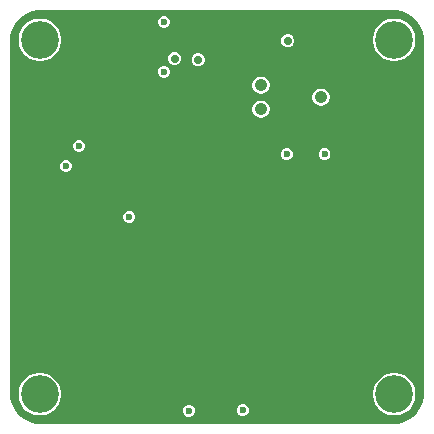
<source format=gbr>
%TF.GenerationSoftware,Altium Limited,Altium Designer,24.6.1 (21)*%
G04 Layer_Physical_Order=2*
G04 Layer_Color=36540*
%FSLAX45Y45*%
%MOMM*%
%TF.SameCoordinates,4B1D9C49-5ED8-45E5-B71D-261F0C762659*%
%TF.FilePolarity,Positive*%
%TF.FileFunction,Copper,L2,Inr,Signal*%
%TF.Part,Single*%
G01*
G75*
%TA.AperFunction,ViaPad*%
%ADD41C,3.20000*%
%TA.AperFunction,ComponentPad*%
%ADD42C,1.06700*%
%TA.AperFunction,ViaPad*%
%ADD43C,0.60000*%
%ADD44C,0.70000*%
%ADD45C,0.50000*%
G36*
X11370089Y9540239D02*
X11416314Y9521092D01*
X11457915Y9493294D01*
X11493295Y9457915D01*
X11521092Y9416314D01*
X11540239Y9370089D01*
X11550000Y9321017D01*
Y9296000D01*
Y6304000D01*
Y6278983D01*
X11540239Y6229911D01*
X11521092Y6183686D01*
X11493295Y6142084D01*
X11457915Y6106705D01*
X11416314Y6078908D01*
X11370089Y6059761D01*
X11321017Y6050000D01*
X8278983D01*
X8229911Y6059761D01*
X8183686Y6078908D01*
X8142084Y6106705D01*
X8106705Y6142084D01*
X8078908Y6183686D01*
X8059761Y6229911D01*
X8050000Y6278983D01*
Y6304000D01*
Y9296000D01*
Y9321017D01*
X8059761Y9370089D01*
X8078908Y9416314D01*
X8106705Y9457915D01*
X8142084Y9493294D01*
X8183686Y9521092D01*
X8229911Y9540239D01*
X8278983Y9550000D01*
X11321017D01*
X11370089Y9540239D01*
D02*
G37*
%LPC*%
G36*
X9359946Y9500000D02*
X9340054D01*
X9321677Y9492388D01*
X9307612Y9478323D01*
X9300000Y9459946D01*
Y9440054D01*
X9307612Y9421677D01*
X9321677Y9407612D01*
X9340054Y9400000D01*
X9359946D01*
X9378323Y9407612D01*
X9392388Y9421677D01*
X9400000Y9440054D01*
Y9459946D01*
X9392388Y9478323D01*
X9378323Y9492388D01*
X9359946Y9500000D01*
D02*
G37*
G36*
X10410940Y9345000D02*
X10389060D01*
X10368845Y9336626D01*
X10353374Y9321155D01*
X10345000Y9300940D01*
Y9279060D01*
X10353374Y9258845D01*
X10368845Y9243373D01*
X10389060Y9235000D01*
X10410940D01*
X10431155Y9243373D01*
X10446627Y9258845D01*
X10455000Y9279060D01*
Y9300940D01*
X10446627Y9321155D01*
X10431155Y9336626D01*
X10410940Y9345000D01*
D02*
G37*
G36*
X11317728Y9480000D02*
X11282272D01*
X11247496Y9473083D01*
X11214738Y9459514D01*
X11185257Y9439815D01*
X11160185Y9414743D01*
X11140486Y9385262D01*
X11126917Y9352504D01*
X11120000Y9317728D01*
Y9282272D01*
X11126917Y9247496D01*
X11140486Y9214738D01*
X11160185Y9185257D01*
X11185257Y9160185D01*
X11214738Y9140486D01*
X11247496Y9126917D01*
X11282272Y9120000D01*
X11317728D01*
X11352504Y9126917D01*
X11385262Y9140486D01*
X11414743Y9160185D01*
X11439815Y9185257D01*
X11459514Y9214738D01*
X11473083Y9247496D01*
X11480000Y9282272D01*
Y9317728D01*
X11473083Y9352504D01*
X11459514Y9385262D01*
X11439815Y9414743D01*
X11414743Y9439815D01*
X11385262Y9459514D01*
X11352504Y9473083D01*
X11317728Y9480000D01*
D02*
G37*
G36*
X8317728D02*
X8282271D01*
X8247496Y9473083D01*
X8214738Y9459514D01*
X8185257Y9439815D01*
X8160185Y9414743D01*
X8140486Y9385262D01*
X8126917Y9352504D01*
X8120000Y9317728D01*
Y9282272D01*
X8126917Y9247496D01*
X8140486Y9214738D01*
X8160185Y9185257D01*
X8185257Y9160185D01*
X8214738Y9140486D01*
X8247496Y9126917D01*
X8282271Y9120000D01*
X8317728D01*
X8352504Y9126917D01*
X8385262Y9140486D01*
X8414743Y9160185D01*
X8439815Y9185257D01*
X8459514Y9214738D01*
X8473083Y9247496D01*
X8480000Y9282272D01*
Y9317728D01*
X8473083Y9352504D01*
X8459514Y9385262D01*
X8439815Y9414743D01*
X8414743Y9439815D01*
X8385262Y9459514D01*
X8352504Y9473083D01*
X8317728Y9480000D01*
D02*
G37*
G36*
X9450940Y9195000D02*
X9429060D01*
X9408845Y9186627D01*
X9393373Y9171155D01*
X9385000Y9150940D01*
Y9129060D01*
X9393373Y9108845D01*
X9408845Y9093373D01*
X9429060Y9085000D01*
X9450940D01*
X9471155Y9093373D01*
X9486626Y9108845D01*
X9495000Y9129060D01*
Y9150940D01*
X9486626Y9171155D01*
X9471155Y9186627D01*
X9450940Y9195000D01*
D02*
G37*
G36*
X9650940Y9185000D02*
X9629060D01*
X9608845Y9176627D01*
X9593373Y9161155D01*
X9585000Y9140940D01*
Y9119060D01*
X9593373Y9098845D01*
X9608845Y9083374D01*
X9629060Y9075000D01*
X9650940D01*
X9671155Y9083374D01*
X9686627Y9098845D01*
X9695000Y9119060D01*
Y9140940D01*
X9686627Y9161155D01*
X9671155Y9176627D01*
X9650940Y9185000D01*
D02*
G37*
G36*
X9359946Y9080000D02*
X9340054D01*
X9321677Y9072388D01*
X9307612Y9058323D01*
X9300000Y9039946D01*
Y9020054D01*
X9307612Y9001677D01*
X9321677Y8987612D01*
X9340054Y8980000D01*
X9359946D01*
X9378323Y8987612D01*
X9392388Y9001677D01*
X9400000Y9020054D01*
Y9039946D01*
X9392388Y9058323D01*
X9378323Y9072388D01*
X9359946Y9080000D01*
D02*
G37*
G36*
X10180657Y8988450D02*
X10161343D01*
X10142688Y8983451D01*
X10125962Y8973795D01*
X10112305Y8960138D01*
X10102649Y8943412D01*
X10097650Y8924757D01*
Y8905443D01*
X10102649Y8886788D01*
X10112305Y8870062D01*
X10125962Y8856405D01*
X10142688Y8846749D01*
X10161343Y8841750D01*
X10180657D01*
X10199312Y8846749D01*
X10216038Y8856405D01*
X10229695Y8870062D01*
X10239351Y8886788D01*
X10244350Y8905443D01*
Y8924757D01*
X10239351Y8943412D01*
X10229695Y8960138D01*
X10216038Y8973795D01*
X10199312Y8983451D01*
X10180657Y8988450D01*
D02*
G37*
G36*
X10688657Y8886850D02*
X10669343D01*
X10650688Y8881851D01*
X10633962Y8872195D01*
X10620305Y8858538D01*
X10610649Y8841812D01*
X10605650Y8823157D01*
Y8803843D01*
X10610649Y8785188D01*
X10620305Y8768462D01*
X10633962Y8754805D01*
X10650688Y8745149D01*
X10669343Y8740150D01*
X10688657D01*
X10707312Y8745149D01*
X10724038Y8754805D01*
X10737695Y8768462D01*
X10747351Y8785188D01*
X10752350Y8803843D01*
Y8823157D01*
X10747351Y8841812D01*
X10737695Y8858538D01*
X10724038Y8872195D01*
X10707312Y8881851D01*
X10688657Y8886850D01*
D02*
G37*
G36*
X10180657Y8785250D02*
X10161343D01*
X10142688Y8780251D01*
X10125962Y8770595D01*
X10112305Y8756938D01*
X10102649Y8740212D01*
X10097650Y8721557D01*
Y8702243D01*
X10102649Y8683588D01*
X10112305Y8666862D01*
X10125962Y8653205D01*
X10142688Y8643549D01*
X10161343Y8638550D01*
X10180657D01*
X10199312Y8643549D01*
X10216038Y8653205D01*
X10229695Y8666862D01*
X10239351Y8683588D01*
X10244350Y8702243D01*
Y8721557D01*
X10239351Y8740212D01*
X10229695Y8756938D01*
X10216038Y8770595D01*
X10199312Y8780251D01*
X10180657Y8785250D01*
D02*
G37*
G36*
X8639946Y8450000D02*
X8620054D01*
X8601677Y8442388D01*
X8587612Y8428323D01*
X8580000Y8409946D01*
Y8390054D01*
X8587612Y8371677D01*
X8601677Y8357612D01*
X8620054Y8350000D01*
X8639946D01*
X8658323Y8357612D01*
X8672388Y8371677D01*
X8680000Y8390054D01*
Y8409946D01*
X8672388Y8428323D01*
X8658323Y8442388D01*
X8639946Y8450000D01*
D02*
G37*
G36*
X10719946Y8380000D02*
X10700054D01*
X10681677Y8372388D01*
X10667612Y8358323D01*
X10660000Y8339946D01*
Y8320054D01*
X10667612Y8301677D01*
X10681677Y8287612D01*
X10700054Y8280000D01*
X10719946D01*
X10738323Y8287612D01*
X10752388Y8301677D01*
X10760000Y8320054D01*
Y8339946D01*
X10752388Y8358323D01*
X10738323Y8372388D01*
X10719946Y8380000D01*
D02*
G37*
G36*
X10399946D02*
X10380054D01*
X10361677Y8372388D01*
X10347612Y8358323D01*
X10340000Y8339946D01*
Y8320054D01*
X10347612Y8301677D01*
X10361677Y8287612D01*
X10380054Y8280000D01*
X10399946D01*
X10418323Y8287612D01*
X10432388Y8301677D01*
X10440000Y8320054D01*
Y8339946D01*
X10432388Y8358323D01*
X10418323Y8372388D01*
X10399946Y8380000D01*
D02*
G37*
G36*
X8529946Y8280000D02*
X8510054D01*
X8491677Y8272388D01*
X8477612Y8258323D01*
X8470000Y8239946D01*
Y8220054D01*
X8477612Y8201677D01*
X8491677Y8187612D01*
X8510054Y8180000D01*
X8529946D01*
X8548323Y8187612D01*
X8562388Y8201677D01*
X8570000Y8220054D01*
Y8239946D01*
X8562388Y8258323D01*
X8548323Y8272388D01*
X8529946Y8280000D01*
D02*
G37*
G36*
X9067446Y7850000D02*
X9047554D01*
X9029177Y7842388D01*
X9015112Y7828323D01*
X9007500Y7809946D01*
Y7790054D01*
X9015112Y7771677D01*
X9029177Y7757612D01*
X9047554Y7750000D01*
X9067446D01*
X9085823Y7757612D01*
X9099888Y7771677D01*
X9107500Y7790054D01*
Y7809946D01*
X9099888Y7828323D01*
X9085823Y7842388D01*
X9067446Y7850000D01*
D02*
G37*
G36*
X11317728Y6480000D02*
X11282272D01*
X11247496Y6473083D01*
X11214738Y6459514D01*
X11185257Y6439815D01*
X11160185Y6414743D01*
X11140486Y6385262D01*
X11126917Y6352504D01*
X11120000Y6317729D01*
Y6282272D01*
X11126917Y6247496D01*
X11140486Y6214738D01*
X11160185Y6185257D01*
X11185257Y6160185D01*
X11214738Y6140486D01*
X11247496Y6126917D01*
X11282272Y6120000D01*
X11317728D01*
X11352504Y6126917D01*
X11385262Y6140486D01*
X11414743Y6160185D01*
X11439815Y6185257D01*
X11459514Y6214738D01*
X11473083Y6247496D01*
X11480000Y6282272D01*
Y6317729D01*
X11473083Y6352504D01*
X11459514Y6385262D01*
X11439815Y6414743D01*
X11414743Y6439815D01*
X11385262Y6459514D01*
X11352504Y6473083D01*
X11317728Y6480000D01*
D02*
G37*
G36*
X8317728D02*
X8282271D01*
X8247496Y6473083D01*
X8214738Y6459514D01*
X8185257Y6439815D01*
X8160185Y6414743D01*
X8140486Y6385262D01*
X8126917Y6352504D01*
X8120000Y6317729D01*
Y6282272D01*
X8126917Y6247496D01*
X8140486Y6214738D01*
X8160185Y6185257D01*
X8185257Y6160185D01*
X8214738Y6140486D01*
X8247496Y6126917D01*
X8282271Y6120000D01*
X8317728D01*
X8352504Y6126917D01*
X8385262Y6140486D01*
X8414743Y6160185D01*
X8439815Y6185257D01*
X8459514Y6214738D01*
X8473083Y6247496D01*
X8480000Y6282272D01*
Y6317729D01*
X8473083Y6352504D01*
X8459514Y6385262D01*
X8439815Y6414743D01*
X8414743Y6439815D01*
X8385262Y6459514D01*
X8352504Y6473083D01*
X8317728Y6480000D01*
D02*
G37*
G36*
X10027446Y6212500D02*
X10007555D01*
X9989177Y6204888D01*
X9975112Y6190823D01*
X9967500Y6172446D01*
Y6152554D01*
X9975112Y6134177D01*
X9989177Y6120112D01*
X10007555Y6112500D01*
X10027446D01*
X10045823Y6120112D01*
X10059888Y6134177D01*
X10067500Y6152554D01*
Y6172446D01*
X10059888Y6190823D01*
X10045823Y6204888D01*
X10027446Y6212500D01*
D02*
G37*
G36*
X9569946Y6210000D02*
X9550054D01*
X9531677Y6202388D01*
X9517612Y6188323D01*
X9510000Y6169946D01*
Y6150055D01*
X9517612Y6131677D01*
X9531677Y6117612D01*
X9550054Y6110000D01*
X9569946D01*
X9588323Y6117612D01*
X9602388Y6131677D01*
X9610000Y6150055D01*
Y6169946D01*
X9602388Y6188323D01*
X9588323Y6202388D01*
X9569946Y6210000D01*
D02*
G37*
%LPD*%
D41*
X8300000Y6300000D02*
D03*
Y9300000D02*
D03*
X11300000D02*
D03*
Y6300000D02*
D03*
D42*
X10171000Y8915100D02*
D03*
Y8711900D02*
D03*
X10679000Y8813500D02*
D03*
D43*
X10017500Y6162500D02*
D03*
X9560000Y6160000D02*
D03*
X9350000Y9030000D02*
D03*
Y9450000D02*
D03*
X9360000Y8600000D02*
D03*
X10710000Y8330000D02*
D03*
X10970000Y8160000D02*
D03*
X10390000Y8330000D02*
D03*
X8630000Y8400000D02*
D03*
X8520000Y8230000D02*
D03*
X8973757Y7327500D02*
D03*
X8492500Y7517500D02*
D03*
X8460000Y8630000D02*
D03*
X10920000Y7010000D02*
D03*
X11020000D02*
D03*
X10730000Y7300000D02*
D03*
Y7200000D02*
D03*
X10300000Y8990000D02*
D03*
X10220000Y9120000D02*
D03*
X10230000Y8150000D02*
D03*
X9050000Y7690000D02*
D03*
X9611250Y6341250D02*
D03*
X11250000Y7010000D02*
D03*
X10700000Y6820000D02*
D03*
X10740000Y7490000D02*
D03*
X10900000Y7500000D02*
D03*
X10070000D02*
D03*
X9620000Y7260000D02*
D03*
X9900000Y7280000D02*
D03*
X8580000Y7670000D02*
D03*
X8750000Y8070000D02*
D03*
X9230000Y8470000D02*
D03*
X8460000Y8830000D02*
D03*
X9450000Y8550000D02*
D03*
X8900000Y8420000D02*
D03*
X9057500Y7800000D02*
D03*
D44*
X9440000Y9140000D02*
D03*
X9640000Y9130000D02*
D03*
X10400000Y9290000D02*
D03*
D45*
X8845000Y8830000D02*
D03*
Y8720000D02*
D03*
X8955000D02*
D03*
Y8830000D02*
D03*
X9845000Y7680000D02*
D03*
X9735000D02*
D03*
X9625000D02*
D03*
X9515000D02*
D03*
X9405000D02*
D03*
X9845000Y7790000D02*
D03*
X9735000D02*
D03*
X9625000D02*
D03*
X9515000D02*
D03*
X9405000D02*
D03*
X9845000Y7900000D02*
D03*
X9735000D02*
D03*
X9625000D02*
D03*
X9515000D02*
D03*
X9405000D02*
D03*
X9845000Y8010000D02*
D03*
X9735000D02*
D03*
X9625000D02*
D03*
X9515000D02*
D03*
X9405000D02*
D03*
X9845000Y8120000D02*
D03*
X9735000D02*
D03*
X9625000D02*
D03*
X9515000D02*
D03*
X9405000D02*
D03*
%TF.MD5,70097314481b7ad16daed497b1282087*%
M02*

</source>
